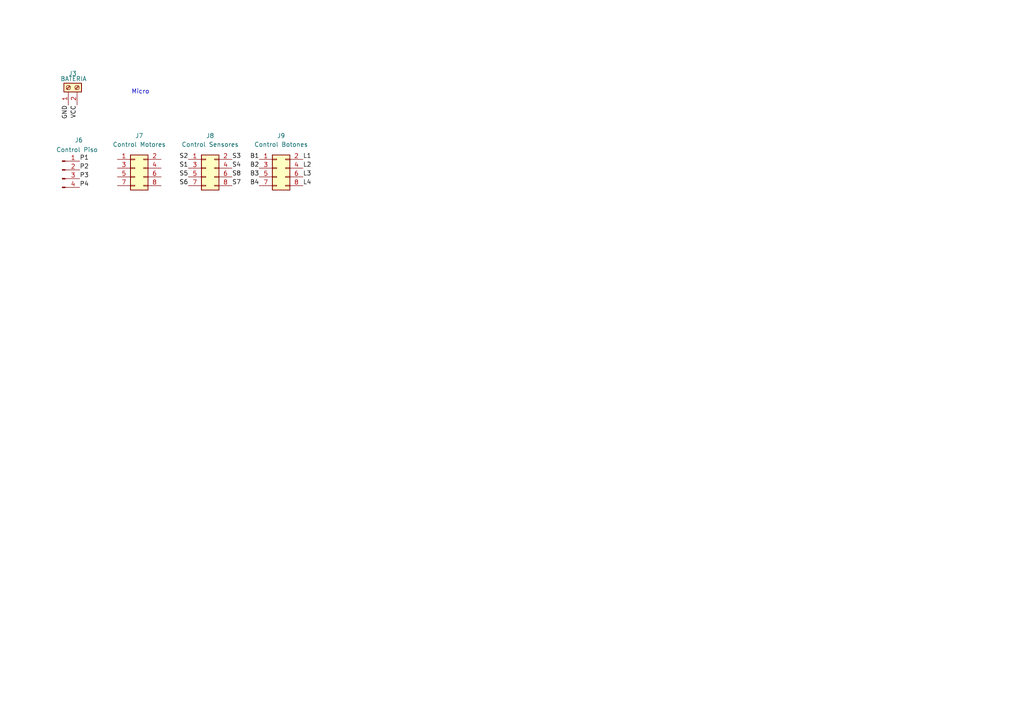
<source format=kicad_sch>
(kicad_sch (version 20211123) (generator eeschema)
  (paper "A4")
  (lib_symbols
    (symbol "Connector:Conn_01x04_Male" (pin_names (offset 1.016) hide)
      (property "Reference" "J" (at 0 5.08 0))
      (property "Value" "Conn_01x04_Male" (at 0 -7.62 0))
      (symbol "Conn_01x04_Male_1_1"
        (polyline (pts (xy 1.27 -5.08) (xy 0.8636 -5.08)) (stroke (width 0.1524)))
        (polyline (pts (xy 1.27 -2.54) (xy 0.8636 -2.54)) (stroke (width 0.1524)))
        (polyline (pts (xy 1.27 0) (xy 0.8636 0)) (stroke (width 0.1524)))
        (polyline (pts (xy 1.27 2.54) (xy 0.8636 2.54)) (stroke (width 0.1524)))
        (rectangle (start 0.8636 -4.953) (end 0 -5.207) (stroke (width 0.1524)) (fill (type outline)))
        (rectangle (start 0.8636 -2.413) (end 0 -2.667) (stroke (width 0.1524)) (fill (type outline)))
        (rectangle (start 0.8636 0.127) (end 0 -0.127) (stroke (width 0.1524)) (fill (type outline)))
        (rectangle (start 0.8636 2.667) (end 0 2.413) (stroke (width 0.1524)) (fill (type outline)))
        (pin passive line (at 5.08 2.54 180) (length 3.81) (name "Pin_1") (number "1"))
        (pin passive line (at 5.08 0 180) (length 3.81) (name "Pin_2") (number "2"))
        (pin passive line (at 5.08 -2.54 180) (length 3.81) (name "Pin_3") (number "3"))
        (pin passive line (at 5.08 -5.08 180) (length 3.81) (name "Pin_4") (number "4"))
      )
    )
    (symbol "Connector:Screw_Terminal_01x02" (pin_names (offset 1.016) hide)
      (property "Reference" "J" (at 0 2.54 0))
      (property "Value" "Screw_Terminal_01x02" (at 0 -5.08 0))
      (symbol "Screw_Terminal_01x02_1_1"
        (rectangle (start -1.27 1.27) (end 1.27 -3.81) (stroke (width 0.254)) (fill (type background)))
        (circle (center 0 -2.54) (radius 0.635) (stroke (width 0.1524)))
        (polyline (pts (xy -0.5334 -2.2098) (xy 0.3302 -3.048)) (stroke (width 0.1524)))
        (polyline (pts (xy -0.5334 0.3302) (xy 0.3302 -0.508)) (stroke (width 0.1524)))
        (polyline (pts (xy -0.3556 -2.032) (xy 0.508 -2.8702)) (stroke (width 0.1524)))
        (polyline (pts (xy -0.3556 0.508) (xy 0.508 -0.3302)) (stroke (width 0.1524)))
        (circle (center 0 0) (radius 0.635) (stroke (width 0.1524)))
        (pin passive line (at -5.08 0 0) (length 3.81) (name "Pin_1") (number "1"))
        (pin passive line (at -5.08 -2.54 0) (length 3.81) (name "Pin_2") (number "2"))
      )
    )
    (symbol "Connector_Generic:Conn_02x04_Odd_Even" (pin_names (offset 1.016) hide)
      (property "Reference" "J" (at 1.27 5.08 0))
      (property "Value" "Conn_02x04_Odd_Even" (at 1.27 -7.62 0))
      (symbol "Conn_02x04_Odd_Even_1_1"
        (rectangle (start -1.27 -4.953) (end 0 -5.207) (stroke (width 0.1524)))
        (rectangle (start -1.27 -2.413) (end 0 -2.667) (stroke (width 0.1524)))
        (rectangle (start -1.27 0.127) (end 0 -0.127) (stroke (width 0.1524)))
        (rectangle (start -1.27 2.667) (end 0 2.413) (stroke (width 0.1524)))
        (rectangle (start -1.27 3.81) (end 3.81 -6.35) (stroke (width 0.254)) (fill (type background)))
        (rectangle (start 3.81 -4.953) (end 2.54 -5.207) (stroke (width 0.1524)))
        (rectangle (start 3.81 -2.413) (end 2.54 -2.667) (stroke (width 0.1524)))
        (rectangle (start 3.81 0.127) (end 2.54 -0.127) (stroke (width 0.1524)))
        (rectangle (start 3.81 2.667) (end 2.54 2.413) (stroke (width 0.1524)))
        (pin passive line (at -5.08 2.54 0) (length 3.81) (name "Pin_1") (number "1"))
        (pin passive line (at 7.62 2.54 180) (length 3.81) (name "Pin_2") (number "2"))
        (pin passive line (at -5.08 0 0) (length 3.81) (name "Pin_3") (number "3"))
        (pin passive line (at 7.62 0 180) (length 3.81) (name "Pin_4") (number "4"))
        (pin passive line (at -5.08 -2.54 0) (length 3.81) (name "Pin_5") (number "5"))
        (pin passive line (at 7.62 -2.54 180) (length 3.81) (name "Pin_6") (number "6"))
        (pin passive line (at -5.08 -5.08 0) (length 3.81) (name "Pin_7") (number "7"))
        (pin passive line (at 7.62 -5.08 180) (length 3.81) (name "Pin_8") (number "8"))
      )
    )
  )
  (text "Micro\n" (at 38.1 27.432 0) (effects (font (size 1.27 1.27)) (justify left bottom)))
  (label "S8" (at 67.31 51.308 0))
  (label "L2" (at 87.884 48.768 0))
  (label "L4" (at 87.884 53.848 0))
  (label "S7" (at 67.31 53.848 0))
  (label "S1" (at 54.61 48.768 180))
  (label "B4" (at 75.184 53.848 180))
  (label "P2" (at 23.114 49.276 0))
  (label "L1" (at 87.884 46.228 0))
  (label "S6" (at 54.61 53.848 180))
  (label "S5" (at 54.61 51.308 180))
  (label "GND" (at 19.812 30.48 270))
  (label "S2" (at 54.61 46.228 180))
  (label "L3" (at 87.884 51.308 0))
  (label "B2" (at 75.184 48.768 180))
  (label "P1" (at 23.114 46.736 0))
  (label "VCC" (at 22.352 30.48 270))
  (label "S3" (at 67.31 46.228 0))
  (label "B1" (at 75.184 46.228 180))
  (label "P4" (at 23.114 54.356 0))
  (label "B3" (at 75.184 51.308 180))
  (label "S4" (at 67.31 48.768 0))
  (label "P3" (at 23.114 51.816 0))
  (symbol (lib_id "Connector:Screw_Terminal_01x02") (at 19.812 25.4 90) (unit 1)
    (property "Reference" "J3" (at 21.082 21.336 90))
    (property "Value" "BATERIA" (at 21.336 22.86 90))
    (property "Footprint" "Connector_AMASS:AMASS_XT30U-F_1x02_P5.0mm_Vertical" (effects hide))
  )
  (symbol (lib_id "Connector_Generic:Conn_02x04_Odd_Even") (at 39.116 48.768 0) (unit 1)
    (property "Reference" "J7" (at 40.386 39.37 0))
    (property "Value" "Control Motores" (at 40.386 41.91 0))
  )
  (symbol (lib_id "Connector:Conn_01x04_Male") (at 18.034 49.276 0) (unit 1)
    (property "Reference" "J6" (at 22.86 40.64 0))
    (property "Value" "Control Piso" (at 22.352 43.434 0))
  )
  (symbol (lib_id "Connector_Generic:Conn_02x04_Odd_Even") (at 59.69 48.768 0) (unit 1)
    (property "Reference" "J8" (at 60.96 39.37 0))
    (property "Value" "Control Sensores" (at 60.96 41.91 0))
  )
  (symbol (lib_id "Connector_Generic:Conn_02x04_Odd_Even") (at 80.264 48.768 0) (unit 1)
    (property "Reference" "J9" (at 81.534 39.37 0))
    (property "Value" "Control Botones" (at 81.534 41.91 0))
  )
)
</source>
